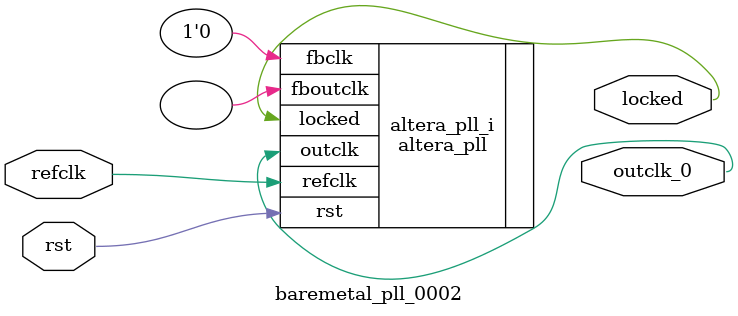
<source format=v>
`timescale 1ns/10ps
module  baremetal_pll_0002(

	// interface 'refclk'
	input wire refclk,

	// interface 'reset'
	input wire rst,

	// interface 'outclk0'
	output wire outclk_0,

	// interface 'locked'
	output wire locked
);

	altera_pll #(
		.fractional_vco_multiplier("false"),
		.reference_clock_frequency("50.0 MHz"),
		.operation_mode("direct"),
		.number_of_clocks(1),
		.output_clock_frequency0("100.000000 MHz"),
		.phase_shift0("0 ps"),
		.duty_cycle0(50),
		.output_clock_frequency1("0 MHz"),
		.phase_shift1("0 ps"),
		.duty_cycle1(50),
		.output_clock_frequency2("0 MHz"),
		.phase_shift2("0 ps"),
		.duty_cycle2(50),
		.output_clock_frequency3("0 MHz"),
		.phase_shift3("0 ps"),
		.duty_cycle3(50),
		.output_clock_frequency4("0 MHz"),
		.phase_shift4("0 ps"),
		.duty_cycle4(50),
		.output_clock_frequency5("0 MHz"),
		.phase_shift5("0 ps"),
		.duty_cycle5(50),
		.output_clock_frequency6("0 MHz"),
		.phase_shift6("0 ps"),
		.duty_cycle6(50),
		.output_clock_frequency7("0 MHz"),
		.phase_shift7("0 ps"),
		.duty_cycle7(50),
		.output_clock_frequency8("0 MHz"),
		.phase_shift8("0 ps"),
		.duty_cycle8(50),
		.output_clock_frequency9("0 MHz"),
		.phase_shift9("0 ps"),
		.duty_cycle9(50),
		.output_clock_frequency10("0 MHz"),
		.phase_shift10("0 ps"),
		.duty_cycle10(50),
		.output_clock_frequency11("0 MHz"),
		.phase_shift11("0 ps"),
		.duty_cycle11(50),
		.output_clock_frequency12("0 MHz"),
		.phase_shift12("0 ps"),
		.duty_cycle12(50),
		.output_clock_frequency13("0 MHz"),
		.phase_shift13("0 ps"),
		.duty_cycle13(50),
		.output_clock_frequency14("0 MHz"),
		.phase_shift14("0 ps"),
		.duty_cycle14(50),
		.output_clock_frequency15("0 MHz"),
		.phase_shift15("0 ps"),
		.duty_cycle15(50),
		.output_clock_frequency16("0 MHz"),
		.phase_shift16("0 ps"),
		.duty_cycle16(50),
		.output_clock_frequency17("0 MHz"),
		.phase_shift17("0 ps"),
		.duty_cycle17(50),
		.pll_type("General"),
		.pll_subtype("General")
	) altera_pll_i (
		.rst	(rst),
		.outclk	({outclk_0}),
		.locked	(locked),
		.fboutclk	( ),
		.fbclk	(1'b0),
		.refclk	(refclk)
	);
endmodule


</source>
